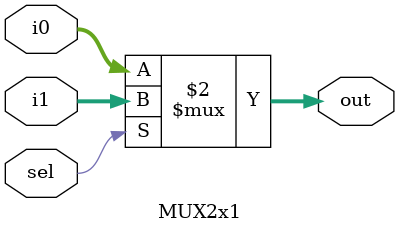
<source format=v>
module MUX2x1 #(parameter SIZE = 8)(input [SIZE-1:0] i0, i1, input sel, output reg [SIZE-1:0] out);
	
	always @ (*) out = (sel)? i1 : i0;

endmodule

</source>
